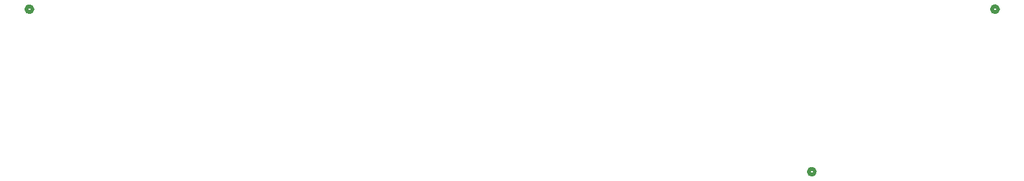
<source format=gbo>
G04*
G04 #@! TF.GenerationSoftware,Altium Limited,Altium Designer,24.7.2 (38)*
G04*
G04 Layer_Color=32896*
%FSLAX25Y25*%
%MOIN*%
G70*
G04*
G04 #@! TF.SameCoordinates,7935D143-5E11-467B-B2BF-9960343BBFE2*
G04*
G04*
G04 #@! TF.FilePolarity,Positive*
G04*
G01*
G75*
%ADD15C,0.02000*%
D15*
X623508Y431508D02*
G03*
X623508Y431508I-1500J0D01*
G01*
X531488Y349488D02*
G03*
X531488Y349488I-1500J0D01*
G01*
X138508Y431488D02*
G03*
X138508Y431488I-1500J0D01*
G01*
M02*

</source>
